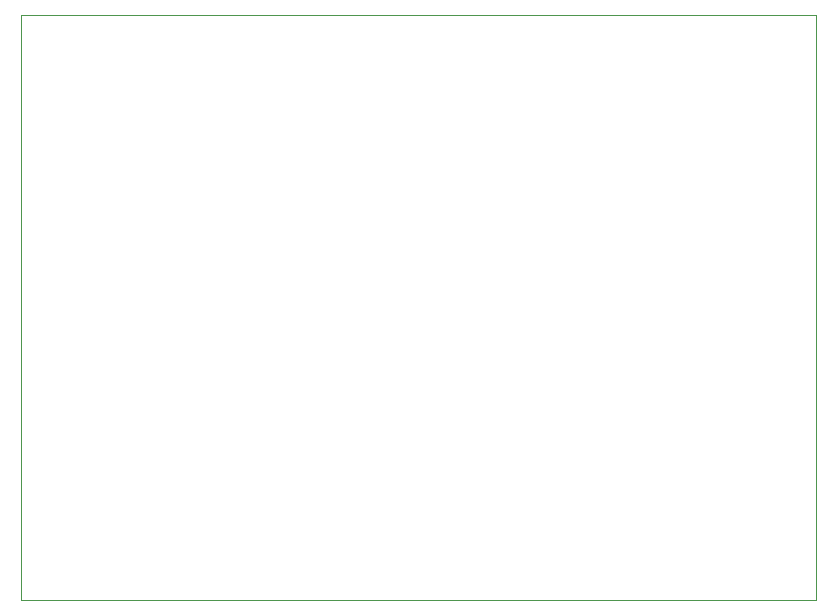
<source format=gbr>
%TF.GenerationSoftware,KiCad,Pcbnew,7.0.7*%
%TF.CreationDate,2023-09-30T13:33:33-05:00*%
%TF.ProjectId,Asus Qcode,41737573-2051-4636-9f64-652e6b696361,rev?*%
%TF.SameCoordinates,Original*%
%TF.FileFunction,Profile,NP*%
%FSLAX46Y46*%
G04 Gerber Fmt 4.6, Leading zero omitted, Abs format (unit mm)*
G04 Created by KiCad (PCBNEW 7.0.7) date 2023-09-30 13:33:33*
%MOMM*%
%LPD*%
G01*
G04 APERTURE LIST*
%TA.AperFunction,Profile*%
%ADD10C,0.100000*%
%TD*%
G04 APERTURE END LIST*
D10*
X12700000Y-12700000D02*
X80010000Y-12700000D01*
X80010000Y-62230000D01*
X12700000Y-62230000D01*
X12700000Y-12700000D01*
M02*

</source>
